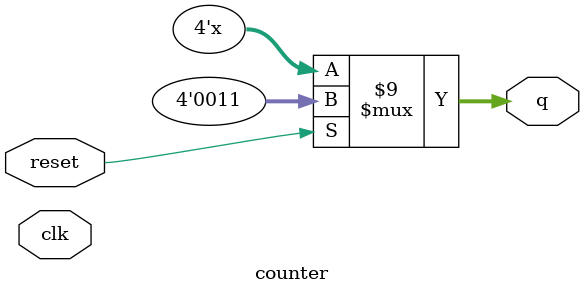
<source format=v>
module counter( 
    input clk,
    input reset,
    output reg [3:0] q
); 
// update q on the positive edge of the clock according to the following cases:
// on reset, assign q to 1
// else if q is 12, assign q to 1
// else, increment q by 1 
initial begin
    q <= 1;
    if (reset == 1'b1)
        q <= 3;
    else if (q[2] == 12)
        q <= 1;
    else
        q <= q + 1;
end
endmodule

</source>
